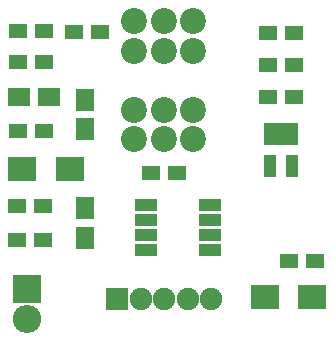
<source format=gts>
G04 #@! TF.FileFunction,Soldermask,Top*
%FSLAX46Y46*%
G04 Gerber Fmt 4.6, Leading zero omitted, Abs format (unit mm)*
G04 Created by KiCad (PCBNEW 4.0.7) date 01/11/18 21:38:16*
%MOMM*%
%LPD*%
G01*
G04 APERTURE LIST*
%ADD10C,0.100000*%
%ADD11R,1.600000X1.300000*%
%ADD12C,2.200000*%
%ADD13O,2.398980X2.398980*%
%ADD14R,2.398980X2.398980*%
%ADD15R,1.650000X1.900000*%
%ADD16R,2.400000X2.000000*%
%ADD17R,1.900000X1.650000*%
%ADD18R,1.050000X1.960000*%
%ADD19R,1.950000X1.000000*%
%ADD20R,1.900000X1.900000*%
%ADD21C,1.900000*%
G04 APERTURE END LIST*
D10*
D11*
X164800000Y-115300000D03*
X162600000Y-115300000D03*
D12*
X154450000Y-105000000D03*
X151950000Y-105000000D03*
X149450000Y-105000000D03*
X149450000Y-95000000D03*
X151950000Y-95000000D03*
X154450000Y-95000000D03*
X149450000Y-97500000D03*
X151950000Y-97500000D03*
X154450000Y-97500000D03*
X149450000Y-102500000D03*
X151950000Y-102500000D03*
X154450000Y-102500000D03*
D13*
X140400000Y-120200000D03*
D14*
X140400000Y-117660000D03*
D15*
X145300000Y-110850000D03*
X145300000Y-113350000D03*
D16*
X144000000Y-107500000D03*
X140000000Y-107500000D03*
D15*
X145300000Y-101650000D03*
X145300000Y-104150000D03*
D17*
X142250000Y-101400000D03*
X139750000Y-101400000D03*
D16*
X160500000Y-118400000D03*
X164500000Y-118400000D03*
D11*
X139575000Y-113575000D03*
X141775000Y-113575000D03*
X139575000Y-110675000D03*
X141775000Y-110675000D03*
X139600000Y-104300000D03*
X141800000Y-104300000D03*
X150900000Y-107900000D03*
X153100000Y-107900000D03*
X141800000Y-95800000D03*
X139600000Y-95800000D03*
X139600000Y-98500000D03*
X141800000Y-98500000D03*
X146600000Y-95900000D03*
X144400000Y-95900000D03*
X160800000Y-96000000D03*
X163000000Y-96000000D03*
X160800000Y-98700000D03*
X163000000Y-98700000D03*
X160800000Y-101400000D03*
X163000000Y-101400000D03*
D18*
X162850000Y-104550000D03*
X161900000Y-104550000D03*
X160950000Y-104550000D03*
X160950000Y-107250000D03*
X162850000Y-107250000D03*
D19*
X150500000Y-110595000D03*
X150500000Y-111865000D03*
X150500000Y-113135000D03*
X150500000Y-114405000D03*
X155900000Y-114405000D03*
X155900000Y-113135000D03*
X155900000Y-111865000D03*
X155900000Y-110595000D03*
D20*
X148000000Y-118500000D03*
D21*
X150000000Y-118500000D03*
X152000000Y-118500000D03*
X154000000Y-118500000D03*
X156000000Y-118500000D03*
M02*

</source>
